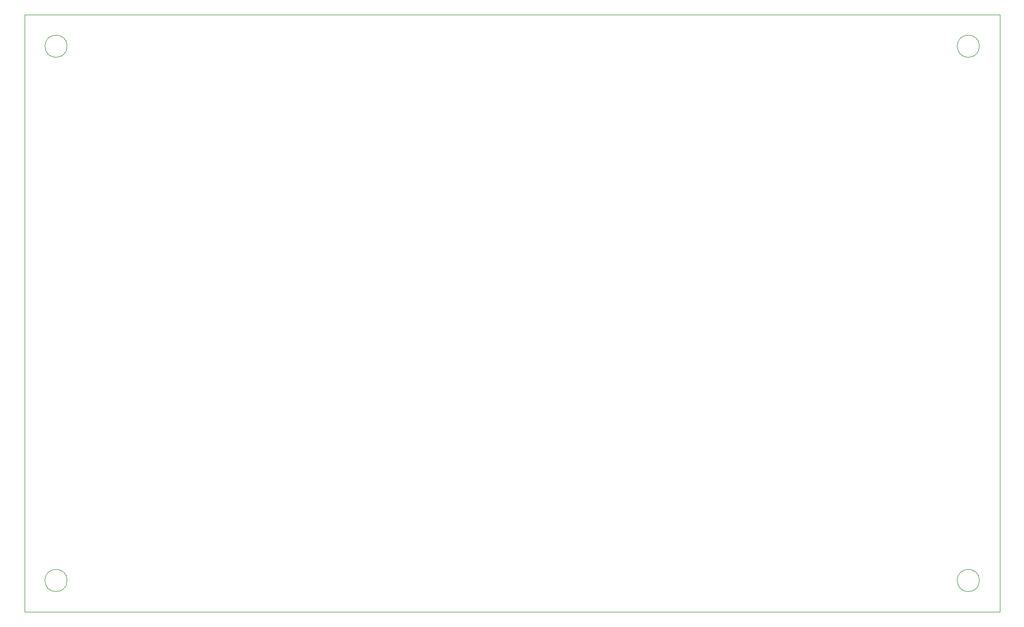
<source format=gm1>
G04 #@! TF.GenerationSoftware,KiCad,Pcbnew,7.0.1-3b83917a11~171~ubuntu20.04.1*
G04 #@! TF.CreationDate,2023-03-12T14:30:51+01:00*
G04 #@! TF.ProjectId,fluidnc-bob,666c7569-646e-4632-9d62-6f622e6b6963,rev?*
G04 #@! TF.SameCoordinates,Original*
G04 #@! TF.FileFunction,Profile,NP*
%FSLAX46Y46*%
G04 Gerber Fmt 4.6, Leading zero omitted, Abs format (unit mm)*
G04 Created by KiCad (PCBNEW 7.0.1-3b83917a11~171~ubuntu20.04.1) date 2023-03-12 14:30:51*
%MOMM*%
%LPD*%
G01*
G04 APERTURE LIST*
G04 #@! TA.AperFunction,Profile*
%ADD10C,0.050000*%
G04 #@! TD*
G04 APERTURE END LIST*
D10*
X67836051Y-125730000D02*
G75*
G03*
X67836051Y-125730000I-1796051J0D01*
G01*
X67836051Y-39370000D02*
G75*
G03*
X67836051Y-39370000I-1796051J0D01*
G01*
X215156051Y-125730000D02*
G75*
G03*
X215156051Y-125730000I-1796051J0D01*
G01*
X215156051Y-39370000D02*
G75*
G03*
X215156051Y-39370000I-1796051J0D01*
G01*
X60960000Y-130810000D02*
X60960000Y-34290000D01*
X218440000Y-130810000D02*
X60960000Y-130810000D01*
X218440000Y-34290000D02*
X218440000Y-130810000D01*
X60960000Y-34290000D02*
X218440000Y-34290000D01*
M02*

</source>
